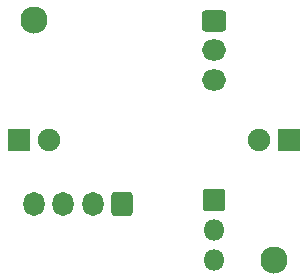
<source format=gbs>
%TF.GenerationSoftware,KiCad,Pcbnew,7.0.1*%
%TF.CreationDate,2023-10-30T09:30:19+01:00*%
%TF.ProjectId,opto-counter,6f70746f-2d63-46f7-956e-7465722e6b69,rev?*%
%TF.SameCoordinates,Original*%
%TF.FileFunction,Soldermask,Bot*%
%TF.FilePolarity,Negative*%
%FSLAX46Y46*%
G04 Gerber Fmt 4.6, Leading zero omitted, Abs format (unit mm)*
G04 Created by KiCad (PCBNEW 7.0.1) date 2023-10-30 09:30:19*
%MOMM*%
%LPD*%
G01*
G04 APERTURE LIST*
G04 Aperture macros list*
%AMRoundRect*
0 Rectangle with rounded corners*
0 $1 Rounding radius*
0 $2 $3 $4 $5 $6 $7 $8 $9 X,Y pos of 4 corners*
0 Add a 4 corners polygon primitive as box body*
4,1,4,$2,$3,$4,$5,$6,$7,$8,$9,$2,$3,0*
0 Add four circle primitives for the rounded corners*
1,1,$1+$1,$2,$3*
1,1,$1+$1,$4,$5*
1,1,$1+$1,$6,$7*
1,1,$1+$1,$8,$9*
0 Add four rect primitives between the rounded corners*
20,1,$1+$1,$2,$3,$4,$5,0*
20,1,$1+$1,$4,$5,$6,$7,0*
20,1,$1+$1,$6,$7,$8,$9,0*
20,1,$1+$1,$8,$9,$2,$3,0*%
G04 Aperture macros list end*
%ADD10C,2.300000*%
%ADD11RoundRect,0.050000X-0.900000X-0.900000X0.900000X-0.900000X0.900000X0.900000X-0.900000X0.900000X0*%
%ADD12C,1.900000*%
%ADD13RoundRect,0.050000X0.900000X0.900000X-0.900000X0.900000X-0.900000X-0.900000X0.900000X-0.900000X0*%
%ADD14RoundRect,0.050000X-0.850000X-0.850000X0.850000X-0.850000X0.850000X0.850000X-0.850000X0.850000X0*%
%ADD15O,1.800000X1.800000*%
%ADD16RoundRect,0.300000X0.600000X0.725000X-0.600000X0.725000X-0.600000X-0.725000X0.600000X-0.725000X0*%
%ADD17O,1.800000X2.050000*%
%ADD18RoundRect,0.300000X-0.725000X0.600000X-0.725000X-0.600000X0.725000X-0.600000X0.725000X0.600000X0*%
%ADD19O,2.050000X1.800000*%
G04 APERTURE END LIST*
D10*
%TO.C,H2*%
X87630000Y-48260000D03*
%TD*%
%TO.C,H1*%
X67310000Y-27940000D03*
%TD*%
D11*
%TO.C,D1*%
X66040000Y-38100000D03*
D12*
X68580000Y-38100000D03*
%TD*%
D13*
%TO.C,D2*%
X88900000Y-38100000D03*
D12*
X86360000Y-38100000D03*
%TD*%
D14*
%TO.C,J1*%
X82550000Y-43195000D03*
D15*
X82550000Y-45735000D03*
X82550000Y-48275000D03*
%TD*%
D16*
%TO.C,J2*%
X74810000Y-43540000D03*
D17*
X72310000Y-43540000D03*
X69810000Y-43540000D03*
X67310000Y-43540000D03*
%TD*%
D18*
%TO.C,J3*%
X82550000Y-28020000D03*
D19*
X82550000Y-30520000D03*
X82550000Y-33020000D03*
%TD*%
M02*

</source>
